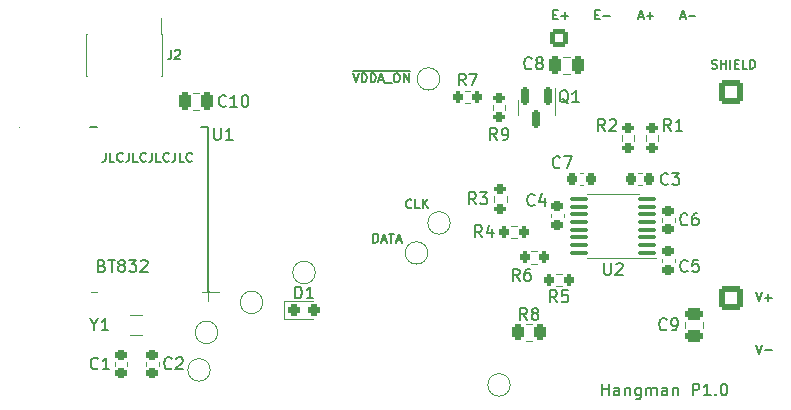
<source format=gto>
%TF.GenerationSoftware,KiCad,Pcbnew,7.0.5+dfsg-2*%
%TF.CreationDate,2023-08-29T10:22:54-04:00*%
%TF.ProjectId,proto1_0,70726f74-6f31-45f3-902e-6b696361645f,rev?*%
%TF.SameCoordinates,Original*%
%TF.FileFunction,Legend,Top*%
%TF.FilePolarity,Positive*%
%FSLAX46Y46*%
G04 Gerber Fmt 4.6, Leading zero omitted, Abs format (unit mm)*
G04 Created by KiCad (PCBNEW 7.0.5+dfsg-2) date 2023-08-29 10:22:54*
%MOMM*%
%LPD*%
G01*
G04 APERTURE LIST*
G04 Aperture macros list*
%AMRoundRect*
0 Rectangle with rounded corners*
0 $1 Rounding radius*
0 $2 $3 $4 $5 $6 $7 $8 $9 X,Y pos of 4 corners*
0 Add a 4 corners polygon primitive as box body*
4,1,4,$2,$3,$4,$5,$6,$7,$8,$9,$2,$3,0*
0 Add four circle primitives for the rounded corners*
1,1,$1+$1,$2,$3*
1,1,$1+$1,$4,$5*
1,1,$1+$1,$6,$7*
1,1,$1+$1,$8,$9*
0 Add four rect primitives between the rounded corners*
20,1,$1+$1,$2,$3,$4,$5,0*
20,1,$1+$1,$4,$5,$6,$7,0*
20,1,$1+$1,$6,$7,$8,$9,0*
20,1,$1+$1,$8,$9,$2,$3,0*%
G04 Aperture macros list end*
%ADD10C,0.152400*%
%ADD11C,0.150000*%
%ADD12C,0.120000*%
%ADD13C,0.100000*%
%ADD14C,0.127000*%
%ADD15C,1.000000*%
%ADD16R,1.000000X1.800000*%
%ADD17C,0.599440*%
%ADD18R,0.698500X1.498600*%
%ADD19RoundRect,0.250000X0.250000X0.475000X-0.250000X0.475000X-0.250000X-0.475000X0.250000X-0.475000X0*%
%ADD20C,1.500000*%
%ADD21RoundRect,0.237500X-0.287500X-0.237500X0.287500X-0.237500X0.287500X0.237500X-0.287500X0.237500X0*%
%ADD22R,0.740000X2.400000*%
%ADD23RoundRect,0.150000X-0.150000X0.587500X-0.150000X-0.587500X0.150000X-0.587500X0.150000X0.587500X0*%
%ADD24RoundRect,0.200000X0.200000X0.275000X-0.200000X0.275000X-0.200000X-0.275000X0.200000X-0.275000X0*%
%ADD25RoundRect,0.225000X-0.225000X-0.250000X0.225000X-0.250000X0.225000X0.250000X-0.225000X0.250000X0*%
%ADD26RoundRect,0.200000X0.275000X-0.200000X0.275000X0.200000X-0.275000X0.200000X-0.275000X-0.200000X0*%
%ADD27RoundRect,0.200000X-0.200000X-0.275000X0.200000X-0.275000X0.200000X0.275000X-0.200000X0.275000X0*%
%ADD28RoundRect,0.250001X-0.799999X0.799999X-0.799999X-0.799999X0.799999X-0.799999X0.799999X0.799999X0*%
%ADD29C,2.100000*%
%ADD30RoundRect,0.250000X0.262500X0.450000X-0.262500X0.450000X-0.262500X-0.450000X0.262500X-0.450000X0*%
%ADD31RoundRect,0.100000X0.637500X0.100000X-0.637500X0.100000X-0.637500X-0.100000X0.637500X-0.100000X0*%
%ADD32C,2.200000*%
%ADD33RoundRect,0.225000X0.250000X-0.225000X0.250000X0.225000X-0.250000X0.225000X-0.250000X-0.225000X0*%
%ADD34RoundRect,0.225000X0.225000X0.250000X-0.225000X0.250000X-0.225000X-0.250000X0.225000X-0.250000X0*%
%ADD35RoundRect,0.250001X-0.799999X-0.799999X0.799999X-0.799999X0.799999X0.799999X-0.799999X0.799999X0*%
%ADD36RoundRect,0.225000X-0.250000X0.225000X-0.250000X-0.225000X0.250000X-0.225000X0.250000X0.225000X0*%
%ADD37RoundRect,0.200000X-0.275000X0.200000X-0.275000X-0.200000X0.275000X-0.200000X0.275000X0.200000X0*%
%ADD38RoundRect,0.250000X-0.475000X0.250000X-0.475000X-0.250000X0.475000X-0.250000X0.475000X0.250000X0*%
%ADD39RoundRect,0.250000X-0.250000X-0.475000X0.250000X-0.475000X0.250000X0.475000X-0.250000X0.475000X0*%
%ADD40RoundRect,0.250000X-0.550000X-0.550000X0.550000X-0.550000X0.550000X0.550000X-0.550000X0.550000X0*%
%ADD41C,1.600000*%
%ADD42C,2.000000*%
G04 APERTURE END LIST*
D10*
X83557405Y-63525820D02*
X83557405Y-64070106D01*
X83557405Y-64070106D02*
X83521120Y-64178963D01*
X83521120Y-64178963D02*
X83448548Y-64251535D01*
X83448548Y-64251535D02*
X83339691Y-64287820D01*
X83339691Y-64287820D02*
X83267120Y-64287820D01*
X84283119Y-64287820D02*
X83920262Y-64287820D01*
X83920262Y-64287820D02*
X83920262Y-63525820D01*
X84972548Y-64215249D02*
X84936262Y-64251535D01*
X84936262Y-64251535D02*
X84827405Y-64287820D01*
X84827405Y-64287820D02*
X84754833Y-64287820D01*
X84754833Y-64287820D02*
X84645976Y-64251535D01*
X84645976Y-64251535D02*
X84573405Y-64178963D01*
X84573405Y-64178963D02*
X84537119Y-64106392D01*
X84537119Y-64106392D02*
X84500833Y-63961249D01*
X84500833Y-63961249D02*
X84500833Y-63852392D01*
X84500833Y-63852392D02*
X84537119Y-63707249D01*
X84537119Y-63707249D02*
X84573405Y-63634677D01*
X84573405Y-63634677D02*
X84645976Y-63562106D01*
X84645976Y-63562106D02*
X84754833Y-63525820D01*
X84754833Y-63525820D02*
X84827405Y-63525820D01*
X84827405Y-63525820D02*
X84936262Y-63562106D01*
X84936262Y-63562106D02*
X84972548Y-63598392D01*
X85516833Y-63525820D02*
X85516833Y-64070106D01*
X85516833Y-64070106D02*
X85480548Y-64178963D01*
X85480548Y-64178963D02*
X85407976Y-64251535D01*
X85407976Y-64251535D02*
X85299119Y-64287820D01*
X85299119Y-64287820D02*
X85226548Y-64287820D01*
X86242547Y-64287820D02*
X85879690Y-64287820D01*
X85879690Y-64287820D02*
X85879690Y-63525820D01*
X86931976Y-64215249D02*
X86895690Y-64251535D01*
X86895690Y-64251535D02*
X86786833Y-64287820D01*
X86786833Y-64287820D02*
X86714261Y-64287820D01*
X86714261Y-64287820D02*
X86605404Y-64251535D01*
X86605404Y-64251535D02*
X86532833Y-64178963D01*
X86532833Y-64178963D02*
X86496547Y-64106392D01*
X86496547Y-64106392D02*
X86460261Y-63961249D01*
X86460261Y-63961249D02*
X86460261Y-63852392D01*
X86460261Y-63852392D02*
X86496547Y-63707249D01*
X86496547Y-63707249D02*
X86532833Y-63634677D01*
X86532833Y-63634677D02*
X86605404Y-63562106D01*
X86605404Y-63562106D02*
X86714261Y-63525820D01*
X86714261Y-63525820D02*
X86786833Y-63525820D01*
X86786833Y-63525820D02*
X86895690Y-63562106D01*
X86895690Y-63562106D02*
X86931976Y-63598392D01*
X87476261Y-63525820D02*
X87476261Y-64070106D01*
X87476261Y-64070106D02*
X87439976Y-64178963D01*
X87439976Y-64178963D02*
X87367404Y-64251535D01*
X87367404Y-64251535D02*
X87258547Y-64287820D01*
X87258547Y-64287820D02*
X87185976Y-64287820D01*
X88201975Y-64287820D02*
X87839118Y-64287820D01*
X87839118Y-64287820D02*
X87839118Y-63525820D01*
X88891404Y-64215249D02*
X88855118Y-64251535D01*
X88855118Y-64251535D02*
X88746261Y-64287820D01*
X88746261Y-64287820D02*
X88673689Y-64287820D01*
X88673689Y-64287820D02*
X88564832Y-64251535D01*
X88564832Y-64251535D02*
X88492261Y-64178963D01*
X88492261Y-64178963D02*
X88455975Y-64106392D01*
X88455975Y-64106392D02*
X88419689Y-63961249D01*
X88419689Y-63961249D02*
X88419689Y-63852392D01*
X88419689Y-63852392D02*
X88455975Y-63707249D01*
X88455975Y-63707249D02*
X88492261Y-63634677D01*
X88492261Y-63634677D02*
X88564832Y-63562106D01*
X88564832Y-63562106D02*
X88673689Y-63525820D01*
X88673689Y-63525820D02*
X88746261Y-63525820D01*
X88746261Y-63525820D02*
X88855118Y-63562106D01*
X88855118Y-63562106D02*
X88891404Y-63598392D01*
X89435689Y-63525820D02*
X89435689Y-64070106D01*
X89435689Y-64070106D02*
X89399404Y-64178963D01*
X89399404Y-64178963D02*
X89326832Y-64251535D01*
X89326832Y-64251535D02*
X89217975Y-64287820D01*
X89217975Y-64287820D02*
X89145404Y-64287820D01*
X90161403Y-64287820D02*
X89798546Y-64287820D01*
X89798546Y-64287820D02*
X89798546Y-63525820D01*
X90850832Y-64215249D02*
X90814546Y-64251535D01*
X90814546Y-64251535D02*
X90705689Y-64287820D01*
X90705689Y-64287820D02*
X90633117Y-64287820D01*
X90633117Y-64287820D02*
X90524260Y-64251535D01*
X90524260Y-64251535D02*
X90451689Y-64178963D01*
X90451689Y-64178963D02*
X90415403Y-64106392D01*
X90415403Y-64106392D02*
X90379117Y-63961249D01*
X90379117Y-63961249D02*
X90379117Y-63852392D01*
X90379117Y-63852392D02*
X90415403Y-63707249D01*
X90415403Y-63707249D02*
X90451689Y-63634677D01*
X90451689Y-63634677D02*
X90524260Y-63562106D01*
X90524260Y-63562106D02*
X90633117Y-63525820D01*
X90633117Y-63525820D02*
X90705689Y-63525820D01*
X90705689Y-63525820D02*
X90814546Y-63562106D01*
X90814546Y-63562106D02*
X90850832Y-63598392D01*
X104439834Y-56794820D02*
X104693834Y-57556820D01*
X104693834Y-57556820D02*
X104947834Y-56794820D01*
X105201834Y-57556820D02*
X105201834Y-56794820D01*
X105201834Y-56794820D02*
X105383263Y-56794820D01*
X105383263Y-56794820D02*
X105492120Y-56831106D01*
X105492120Y-56831106D02*
X105564691Y-56903677D01*
X105564691Y-56903677D02*
X105600977Y-56976249D01*
X105600977Y-56976249D02*
X105637263Y-57121392D01*
X105637263Y-57121392D02*
X105637263Y-57230249D01*
X105637263Y-57230249D02*
X105600977Y-57375392D01*
X105600977Y-57375392D02*
X105564691Y-57447963D01*
X105564691Y-57447963D02*
X105492120Y-57520535D01*
X105492120Y-57520535D02*
X105383263Y-57556820D01*
X105383263Y-57556820D02*
X105201834Y-57556820D01*
X105963834Y-57556820D02*
X105963834Y-56794820D01*
X105963834Y-56794820D02*
X106145263Y-56794820D01*
X106145263Y-56794820D02*
X106254120Y-56831106D01*
X106254120Y-56831106D02*
X106326691Y-56903677D01*
X106326691Y-56903677D02*
X106362977Y-56976249D01*
X106362977Y-56976249D02*
X106399263Y-57121392D01*
X106399263Y-57121392D02*
X106399263Y-57230249D01*
X106399263Y-57230249D02*
X106362977Y-57375392D01*
X106362977Y-57375392D02*
X106326691Y-57447963D01*
X106326691Y-57447963D02*
X106254120Y-57520535D01*
X106254120Y-57520535D02*
X106145263Y-57556820D01*
X106145263Y-57556820D02*
X105963834Y-57556820D01*
X106689548Y-57339106D02*
X107052406Y-57339106D01*
X106616977Y-57556820D02*
X106870977Y-56794820D01*
X106870977Y-56794820D02*
X107124977Y-57556820D01*
X107197549Y-57629392D02*
X107778120Y-57629392D01*
X108104691Y-56794820D02*
X108249834Y-56794820D01*
X108249834Y-56794820D02*
X108322405Y-56831106D01*
X108322405Y-56831106D02*
X108394977Y-56903677D01*
X108394977Y-56903677D02*
X108431262Y-57048820D01*
X108431262Y-57048820D02*
X108431262Y-57302820D01*
X108431262Y-57302820D02*
X108394977Y-57447963D01*
X108394977Y-57447963D02*
X108322405Y-57520535D01*
X108322405Y-57520535D02*
X108249834Y-57556820D01*
X108249834Y-57556820D02*
X108104691Y-57556820D01*
X108104691Y-57556820D02*
X108032120Y-57520535D01*
X108032120Y-57520535D02*
X107959548Y-57447963D01*
X107959548Y-57447963D02*
X107923262Y-57302820D01*
X107923262Y-57302820D02*
X107923262Y-57048820D01*
X107923262Y-57048820D02*
X107959548Y-56903677D01*
X107959548Y-56903677D02*
X108032120Y-56831106D01*
X108032120Y-56831106D02*
X108104691Y-56794820D01*
X108757834Y-57556820D02*
X108757834Y-56794820D01*
X108757834Y-56794820D02*
X109193263Y-57556820D01*
X109193263Y-57556820D02*
X109193263Y-56794820D01*
X104443463Y-56583275D02*
X109298492Y-56583275D01*
X134865405Y-56377535D02*
X134974263Y-56413820D01*
X134974263Y-56413820D02*
X135155691Y-56413820D01*
X135155691Y-56413820D02*
X135228263Y-56377535D01*
X135228263Y-56377535D02*
X135264548Y-56341249D01*
X135264548Y-56341249D02*
X135300834Y-56268677D01*
X135300834Y-56268677D02*
X135300834Y-56196106D01*
X135300834Y-56196106D02*
X135264548Y-56123535D01*
X135264548Y-56123535D02*
X135228263Y-56087249D01*
X135228263Y-56087249D02*
X135155691Y-56050963D01*
X135155691Y-56050963D02*
X135010548Y-56014677D01*
X135010548Y-56014677D02*
X134937977Y-55978392D01*
X134937977Y-55978392D02*
X134901691Y-55942106D01*
X134901691Y-55942106D02*
X134865405Y-55869535D01*
X134865405Y-55869535D02*
X134865405Y-55796963D01*
X134865405Y-55796963D02*
X134901691Y-55724392D01*
X134901691Y-55724392D02*
X134937977Y-55688106D01*
X134937977Y-55688106D02*
X135010548Y-55651820D01*
X135010548Y-55651820D02*
X135191977Y-55651820D01*
X135191977Y-55651820D02*
X135300834Y-55688106D01*
X135627405Y-56413820D02*
X135627405Y-55651820D01*
X135627405Y-56014677D02*
X136062834Y-56014677D01*
X136062834Y-56413820D02*
X136062834Y-55651820D01*
X136425691Y-56413820D02*
X136425691Y-55651820D01*
X136788548Y-56014677D02*
X137042548Y-56014677D01*
X137151405Y-56413820D02*
X136788548Y-56413820D01*
X136788548Y-56413820D02*
X136788548Y-55651820D01*
X136788548Y-55651820D02*
X137151405Y-55651820D01*
X137840834Y-56413820D02*
X137477977Y-56413820D01*
X137477977Y-56413820D02*
X137477977Y-55651820D01*
X138094834Y-56413820D02*
X138094834Y-55651820D01*
X138094834Y-55651820D02*
X138276263Y-55651820D01*
X138276263Y-55651820D02*
X138385120Y-55688106D01*
X138385120Y-55688106D02*
X138457691Y-55760677D01*
X138457691Y-55760677D02*
X138493977Y-55833249D01*
X138493977Y-55833249D02*
X138530263Y-55978392D01*
X138530263Y-55978392D02*
X138530263Y-56087249D01*
X138530263Y-56087249D02*
X138493977Y-56232392D01*
X138493977Y-56232392D02*
X138457691Y-56304963D01*
X138457691Y-56304963D02*
X138385120Y-56377535D01*
X138385120Y-56377535D02*
X138276263Y-56413820D01*
X138276263Y-56413820D02*
X138094834Y-56413820D01*
X128642405Y-52005106D02*
X129005263Y-52005106D01*
X128569834Y-52222820D02*
X128823834Y-51460820D01*
X128823834Y-51460820D02*
X129077834Y-52222820D01*
X129331834Y-51932535D02*
X129912406Y-51932535D01*
X129622120Y-52222820D02*
X129622120Y-51642249D01*
X124995691Y-51823677D02*
X125249691Y-51823677D01*
X125358548Y-52222820D02*
X124995691Y-52222820D01*
X124995691Y-52222820D02*
X124995691Y-51460820D01*
X124995691Y-51460820D02*
X125358548Y-51460820D01*
X125685120Y-51932535D02*
X126265692Y-51932535D01*
X138602834Y-75336820D02*
X138856834Y-76098820D01*
X138856834Y-76098820D02*
X139110834Y-75336820D01*
X139364834Y-75808535D02*
X139945406Y-75808535D01*
X139655120Y-76098820D02*
X139655120Y-75518249D01*
D11*
X125558779Y-84070819D02*
X125558779Y-83070819D01*
X125558779Y-83547009D02*
X126130207Y-83547009D01*
X126130207Y-84070819D02*
X126130207Y-83070819D01*
X127034969Y-84070819D02*
X127034969Y-83547009D01*
X127034969Y-83547009D02*
X126987350Y-83451771D01*
X126987350Y-83451771D02*
X126892112Y-83404152D01*
X126892112Y-83404152D02*
X126701636Y-83404152D01*
X126701636Y-83404152D02*
X126606398Y-83451771D01*
X127034969Y-84023200D02*
X126939731Y-84070819D01*
X126939731Y-84070819D02*
X126701636Y-84070819D01*
X126701636Y-84070819D02*
X126606398Y-84023200D01*
X126606398Y-84023200D02*
X126558779Y-83927961D01*
X126558779Y-83927961D02*
X126558779Y-83832723D01*
X126558779Y-83832723D02*
X126606398Y-83737485D01*
X126606398Y-83737485D02*
X126701636Y-83689866D01*
X126701636Y-83689866D02*
X126939731Y-83689866D01*
X126939731Y-83689866D02*
X127034969Y-83642247D01*
X127511160Y-83404152D02*
X127511160Y-84070819D01*
X127511160Y-83499390D02*
X127558779Y-83451771D01*
X127558779Y-83451771D02*
X127654017Y-83404152D01*
X127654017Y-83404152D02*
X127796874Y-83404152D01*
X127796874Y-83404152D02*
X127892112Y-83451771D01*
X127892112Y-83451771D02*
X127939731Y-83547009D01*
X127939731Y-83547009D02*
X127939731Y-84070819D01*
X128844493Y-83404152D02*
X128844493Y-84213676D01*
X128844493Y-84213676D02*
X128796874Y-84308914D01*
X128796874Y-84308914D02*
X128749255Y-84356533D01*
X128749255Y-84356533D02*
X128654017Y-84404152D01*
X128654017Y-84404152D02*
X128511160Y-84404152D01*
X128511160Y-84404152D02*
X128415922Y-84356533D01*
X128844493Y-84023200D02*
X128749255Y-84070819D01*
X128749255Y-84070819D02*
X128558779Y-84070819D01*
X128558779Y-84070819D02*
X128463541Y-84023200D01*
X128463541Y-84023200D02*
X128415922Y-83975580D01*
X128415922Y-83975580D02*
X128368303Y-83880342D01*
X128368303Y-83880342D02*
X128368303Y-83594628D01*
X128368303Y-83594628D02*
X128415922Y-83499390D01*
X128415922Y-83499390D02*
X128463541Y-83451771D01*
X128463541Y-83451771D02*
X128558779Y-83404152D01*
X128558779Y-83404152D02*
X128749255Y-83404152D01*
X128749255Y-83404152D02*
X128844493Y-83451771D01*
X129320684Y-84070819D02*
X129320684Y-83404152D01*
X129320684Y-83499390D02*
X129368303Y-83451771D01*
X129368303Y-83451771D02*
X129463541Y-83404152D01*
X129463541Y-83404152D02*
X129606398Y-83404152D01*
X129606398Y-83404152D02*
X129701636Y-83451771D01*
X129701636Y-83451771D02*
X129749255Y-83547009D01*
X129749255Y-83547009D02*
X129749255Y-84070819D01*
X129749255Y-83547009D02*
X129796874Y-83451771D01*
X129796874Y-83451771D02*
X129892112Y-83404152D01*
X129892112Y-83404152D02*
X130034969Y-83404152D01*
X130034969Y-83404152D02*
X130130208Y-83451771D01*
X130130208Y-83451771D02*
X130177827Y-83547009D01*
X130177827Y-83547009D02*
X130177827Y-84070819D01*
X131082588Y-84070819D02*
X131082588Y-83547009D01*
X131082588Y-83547009D02*
X131034969Y-83451771D01*
X131034969Y-83451771D02*
X130939731Y-83404152D01*
X130939731Y-83404152D02*
X130749255Y-83404152D01*
X130749255Y-83404152D02*
X130654017Y-83451771D01*
X131082588Y-84023200D02*
X130987350Y-84070819D01*
X130987350Y-84070819D02*
X130749255Y-84070819D01*
X130749255Y-84070819D02*
X130654017Y-84023200D01*
X130654017Y-84023200D02*
X130606398Y-83927961D01*
X130606398Y-83927961D02*
X130606398Y-83832723D01*
X130606398Y-83832723D02*
X130654017Y-83737485D01*
X130654017Y-83737485D02*
X130749255Y-83689866D01*
X130749255Y-83689866D02*
X130987350Y-83689866D01*
X130987350Y-83689866D02*
X131082588Y-83642247D01*
X131558779Y-83404152D02*
X131558779Y-84070819D01*
X131558779Y-83499390D02*
X131606398Y-83451771D01*
X131606398Y-83451771D02*
X131701636Y-83404152D01*
X131701636Y-83404152D02*
X131844493Y-83404152D01*
X131844493Y-83404152D02*
X131939731Y-83451771D01*
X131939731Y-83451771D02*
X131987350Y-83547009D01*
X131987350Y-83547009D02*
X131987350Y-84070819D01*
X133225446Y-84070819D02*
X133225446Y-83070819D01*
X133225446Y-83070819D02*
X133606398Y-83070819D01*
X133606398Y-83070819D02*
X133701636Y-83118438D01*
X133701636Y-83118438D02*
X133749255Y-83166057D01*
X133749255Y-83166057D02*
X133796874Y-83261295D01*
X133796874Y-83261295D02*
X133796874Y-83404152D01*
X133796874Y-83404152D02*
X133749255Y-83499390D01*
X133749255Y-83499390D02*
X133701636Y-83547009D01*
X133701636Y-83547009D02*
X133606398Y-83594628D01*
X133606398Y-83594628D02*
X133225446Y-83594628D01*
X134749255Y-84070819D02*
X134177827Y-84070819D01*
X134463541Y-84070819D02*
X134463541Y-83070819D01*
X134463541Y-83070819D02*
X134368303Y-83213676D01*
X134368303Y-83213676D02*
X134273065Y-83308914D01*
X134273065Y-83308914D02*
X134177827Y-83356533D01*
X135177827Y-83975580D02*
X135225446Y-84023200D01*
X135225446Y-84023200D02*
X135177827Y-84070819D01*
X135177827Y-84070819D02*
X135130208Y-84023200D01*
X135130208Y-84023200D02*
X135177827Y-83975580D01*
X135177827Y-83975580D02*
X135177827Y-84070819D01*
X135844493Y-83070819D02*
X135939731Y-83070819D01*
X135939731Y-83070819D02*
X136034969Y-83118438D01*
X136034969Y-83118438D02*
X136082588Y-83166057D01*
X136082588Y-83166057D02*
X136130207Y-83261295D01*
X136130207Y-83261295D02*
X136177826Y-83451771D01*
X136177826Y-83451771D02*
X136177826Y-83689866D01*
X136177826Y-83689866D02*
X136130207Y-83880342D01*
X136130207Y-83880342D02*
X136082588Y-83975580D01*
X136082588Y-83975580D02*
X136034969Y-84023200D01*
X136034969Y-84023200D02*
X135939731Y-84070819D01*
X135939731Y-84070819D02*
X135844493Y-84070819D01*
X135844493Y-84070819D02*
X135749255Y-84023200D01*
X135749255Y-84023200D02*
X135701636Y-83975580D01*
X135701636Y-83975580D02*
X135654017Y-83880342D01*
X135654017Y-83880342D02*
X135606398Y-83689866D01*
X135606398Y-83689866D02*
X135606398Y-83451771D01*
X135606398Y-83451771D02*
X135654017Y-83261295D01*
X135654017Y-83261295D02*
X135701636Y-83166057D01*
X135701636Y-83166057D02*
X135749255Y-83118438D01*
X135749255Y-83118438D02*
X135844493Y-83070819D01*
D10*
X138602834Y-79781820D02*
X138856834Y-80543820D01*
X138856834Y-80543820D02*
X139110834Y-79781820D01*
X139364834Y-80253535D02*
X139945406Y-80253535D01*
X121439691Y-51823677D02*
X121693691Y-51823677D01*
X121802548Y-52222820D02*
X121439691Y-52222820D01*
X121439691Y-52222820D02*
X121439691Y-51460820D01*
X121439691Y-51460820D02*
X121802548Y-51460820D01*
X122129120Y-51932535D02*
X122709692Y-51932535D01*
X122419406Y-52222820D02*
X122419406Y-51642249D01*
X106199691Y-71145820D02*
X106199691Y-70383820D01*
X106199691Y-70383820D02*
X106381120Y-70383820D01*
X106381120Y-70383820D02*
X106489977Y-70420106D01*
X106489977Y-70420106D02*
X106562548Y-70492677D01*
X106562548Y-70492677D02*
X106598834Y-70565249D01*
X106598834Y-70565249D02*
X106635120Y-70710392D01*
X106635120Y-70710392D02*
X106635120Y-70819249D01*
X106635120Y-70819249D02*
X106598834Y-70964392D01*
X106598834Y-70964392D02*
X106562548Y-71036963D01*
X106562548Y-71036963D02*
X106489977Y-71109535D01*
X106489977Y-71109535D02*
X106381120Y-71145820D01*
X106381120Y-71145820D02*
X106199691Y-71145820D01*
X106925405Y-70928106D02*
X107288263Y-70928106D01*
X106852834Y-71145820D02*
X107106834Y-70383820D01*
X107106834Y-70383820D02*
X107360834Y-71145820D01*
X107505977Y-70383820D02*
X107941406Y-70383820D01*
X107723691Y-71145820D02*
X107723691Y-70383820D01*
X108159119Y-70928106D02*
X108521977Y-70928106D01*
X108086548Y-71145820D02*
X108340548Y-70383820D01*
X108340548Y-70383820D02*
X108594548Y-71145820D01*
X132198405Y-52005106D02*
X132561263Y-52005106D01*
X132125834Y-52222820D02*
X132379834Y-51460820D01*
X132379834Y-51460820D02*
X132633834Y-52222820D01*
X132887834Y-51932535D02*
X133468406Y-51932535D01*
X109429120Y-68152249D02*
X109392834Y-68188535D01*
X109392834Y-68188535D02*
X109283977Y-68224820D01*
X109283977Y-68224820D02*
X109211405Y-68224820D01*
X109211405Y-68224820D02*
X109102548Y-68188535D01*
X109102548Y-68188535D02*
X109029977Y-68115963D01*
X109029977Y-68115963D02*
X108993691Y-68043392D01*
X108993691Y-68043392D02*
X108957405Y-67898249D01*
X108957405Y-67898249D02*
X108957405Y-67789392D01*
X108957405Y-67789392D02*
X108993691Y-67644249D01*
X108993691Y-67644249D02*
X109029977Y-67571677D01*
X109029977Y-67571677D02*
X109102548Y-67499106D01*
X109102548Y-67499106D02*
X109211405Y-67462820D01*
X109211405Y-67462820D02*
X109283977Y-67462820D01*
X109283977Y-67462820D02*
X109392834Y-67499106D01*
X109392834Y-67499106D02*
X109429120Y-67535392D01*
X110118548Y-68224820D02*
X109755691Y-68224820D01*
X109755691Y-68224820D02*
X109755691Y-67462820D01*
X110372548Y-68224820D02*
X110372548Y-67462820D01*
X110807977Y-68224820D02*
X110481405Y-67789392D01*
X110807977Y-67462820D02*
X110372548Y-67898249D01*
D11*
%TO.C,Y1*%
X82581809Y-78083628D02*
X82581809Y-78559819D01*
X82248476Y-77559819D02*
X82581809Y-78083628D01*
X82581809Y-78083628D02*
X82915142Y-77559819D01*
X83772285Y-78559819D02*
X83200857Y-78559819D01*
X83486571Y-78559819D02*
X83486571Y-77559819D01*
X83486571Y-77559819D02*
X83391333Y-77702676D01*
X83391333Y-77702676D02*
X83296095Y-77797914D01*
X83296095Y-77797914D02*
X83200857Y-77845533D01*
%TO.C,U1*%
X92710095Y-61430819D02*
X92710095Y-62240342D01*
X92710095Y-62240342D02*
X92757714Y-62335580D01*
X92757714Y-62335580D02*
X92805333Y-62383200D01*
X92805333Y-62383200D02*
X92900571Y-62430819D01*
X92900571Y-62430819D02*
X93091047Y-62430819D01*
X93091047Y-62430819D02*
X93186285Y-62383200D01*
X93186285Y-62383200D02*
X93233904Y-62335580D01*
X93233904Y-62335580D02*
X93281523Y-62240342D01*
X93281523Y-62240342D02*
X93281523Y-61430819D01*
X94281523Y-62430819D02*
X93710095Y-62430819D01*
X93995809Y-62430819D02*
X93995809Y-61430819D01*
X93995809Y-61430819D02*
X93900571Y-61573676D01*
X93900571Y-61573676D02*
X93805333Y-61668914D01*
X93805333Y-61668914D02*
X93710095Y-61716533D01*
X83224904Y-73083009D02*
X83367761Y-73130628D01*
X83367761Y-73130628D02*
X83415380Y-73178247D01*
X83415380Y-73178247D02*
X83462999Y-73273485D01*
X83462999Y-73273485D02*
X83462999Y-73416342D01*
X83462999Y-73416342D02*
X83415380Y-73511580D01*
X83415380Y-73511580D02*
X83367761Y-73559200D01*
X83367761Y-73559200D02*
X83272523Y-73606819D01*
X83272523Y-73606819D02*
X82891571Y-73606819D01*
X82891571Y-73606819D02*
X82891571Y-72606819D01*
X82891571Y-72606819D02*
X83224904Y-72606819D01*
X83224904Y-72606819D02*
X83320142Y-72654438D01*
X83320142Y-72654438D02*
X83367761Y-72702057D01*
X83367761Y-72702057D02*
X83415380Y-72797295D01*
X83415380Y-72797295D02*
X83415380Y-72892533D01*
X83415380Y-72892533D02*
X83367761Y-72987771D01*
X83367761Y-72987771D02*
X83320142Y-73035390D01*
X83320142Y-73035390D02*
X83224904Y-73083009D01*
X83224904Y-73083009D02*
X82891571Y-73083009D01*
X83748714Y-72606819D02*
X84320142Y-72606819D01*
X84034428Y-73606819D02*
X84034428Y-72606819D01*
X84796333Y-73035390D02*
X84701095Y-72987771D01*
X84701095Y-72987771D02*
X84653476Y-72940152D01*
X84653476Y-72940152D02*
X84605857Y-72844914D01*
X84605857Y-72844914D02*
X84605857Y-72797295D01*
X84605857Y-72797295D02*
X84653476Y-72702057D01*
X84653476Y-72702057D02*
X84701095Y-72654438D01*
X84701095Y-72654438D02*
X84796333Y-72606819D01*
X84796333Y-72606819D02*
X84986809Y-72606819D01*
X84986809Y-72606819D02*
X85082047Y-72654438D01*
X85082047Y-72654438D02*
X85129666Y-72702057D01*
X85129666Y-72702057D02*
X85177285Y-72797295D01*
X85177285Y-72797295D02*
X85177285Y-72844914D01*
X85177285Y-72844914D02*
X85129666Y-72940152D01*
X85129666Y-72940152D02*
X85082047Y-72987771D01*
X85082047Y-72987771D02*
X84986809Y-73035390D01*
X84986809Y-73035390D02*
X84796333Y-73035390D01*
X84796333Y-73035390D02*
X84701095Y-73083009D01*
X84701095Y-73083009D02*
X84653476Y-73130628D01*
X84653476Y-73130628D02*
X84605857Y-73225866D01*
X84605857Y-73225866D02*
X84605857Y-73416342D01*
X84605857Y-73416342D02*
X84653476Y-73511580D01*
X84653476Y-73511580D02*
X84701095Y-73559200D01*
X84701095Y-73559200D02*
X84796333Y-73606819D01*
X84796333Y-73606819D02*
X84986809Y-73606819D01*
X84986809Y-73606819D02*
X85082047Y-73559200D01*
X85082047Y-73559200D02*
X85129666Y-73511580D01*
X85129666Y-73511580D02*
X85177285Y-73416342D01*
X85177285Y-73416342D02*
X85177285Y-73225866D01*
X85177285Y-73225866D02*
X85129666Y-73130628D01*
X85129666Y-73130628D02*
X85082047Y-73083009D01*
X85082047Y-73083009D02*
X84986809Y-73035390D01*
X85510619Y-72606819D02*
X86129666Y-72606819D01*
X86129666Y-72606819D02*
X85796333Y-72987771D01*
X85796333Y-72987771D02*
X85939190Y-72987771D01*
X85939190Y-72987771D02*
X86034428Y-73035390D01*
X86034428Y-73035390D02*
X86082047Y-73083009D01*
X86082047Y-73083009D02*
X86129666Y-73178247D01*
X86129666Y-73178247D02*
X86129666Y-73416342D01*
X86129666Y-73416342D02*
X86082047Y-73511580D01*
X86082047Y-73511580D02*
X86034428Y-73559200D01*
X86034428Y-73559200D02*
X85939190Y-73606819D01*
X85939190Y-73606819D02*
X85653476Y-73606819D01*
X85653476Y-73606819D02*
X85558238Y-73559200D01*
X85558238Y-73559200D02*
X85510619Y-73511580D01*
X86510619Y-72702057D02*
X86558238Y-72654438D01*
X86558238Y-72654438D02*
X86653476Y-72606819D01*
X86653476Y-72606819D02*
X86891571Y-72606819D01*
X86891571Y-72606819D02*
X86986809Y-72654438D01*
X86986809Y-72654438D02*
X87034428Y-72702057D01*
X87034428Y-72702057D02*
X87082047Y-72797295D01*
X87082047Y-72797295D02*
X87082047Y-72892533D01*
X87082047Y-72892533D02*
X87034428Y-73035390D01*
X87034428Y-73035390D02*
X86463000Y-73606819D01*
X86463000Y-73606819D02*
X87082047Y-73606819D01*
%TO.C,C10*%
X93718142Y-59541580D02*
X93670523Y-59589200D01*
X93670523Y-59589200D02*
X93527666Y-59636819D01*
X93527666Y-59636819D02*
X93432428Y-59636819D01*
X93432428Y-59636819D02*
X93289571Y-59589200D01*
X93289571Y-59589200D02*
X93194333Y-59493961D01*
X93194333Y-59493961D02*
X93146714Y-59398723D01*
X93146714Y-59398723D02*
X93099095Y-59208247D01*
X93099095Y-59208247D02*
X93099095Y-59065390D01*
X93099095Y-59065390D02*
X93146714Y-58874914D01*
X93146714Y-58874914D02*
X93194333Y-58779676D01*
X93194333Y-58779676D02*
X93289571Y-58684438D01*
X93289571Y-58684438D02*
X93432428Y-58636819D01*
X93432428Y-58636819D02*
X93527666Y-58636819D01*
X93527666Y-58636819D02*
X93670523Y-58684438D01*
X93670523Y-58684438D02*
X93718142Y-58732057D01*
X94670523Y-59636819D02*
X94099095Y-59636819D01*
X94384809Y-59636819D02*
X94384809Y-58636819D01*
X94384809Y-58636819D02*
X94289571Y-58779676D01*
X94289571Y-58779676D02*
X94194333Y-58874914D01*
X94194333Y-58874914D02*
X94099095Y-58922533D01*
X95289571Y-58636819D02*
X95384809Y-58636819D01*
X95384809Y-58636819D02*
X95480047Y-58684438D01*
X95480047Y-58684438D02*
X95527666Y-58732057D01*
X95527666Y-58732057D02*
X95575285Y-58827295D01*
X95575285Y-58827295D02*
X95622904Y-59017771D01*
X95622904Y-59017771D02*
X95622904Y-59255866D01*
X95622904Y-59255866D02*
X95575285Y-59446342D01*
X95575285Y-59446342D02*
X95527666Y-59541580D01*
X95527666Y-59541580D02*
X95480047Y-59589200D01*
X95480047Y-59589200D02*
X95384809Y-59636819D01*
X95384809Y-59636819D02*
X95289571Y-59636819D01*
X95289571Y-59636819D02*
X95194333Y-59589200D01*
X95194333Y-59589200D02*
X95146714Y-59541580D01*
X95146714Y-59541580D02*
X95099095Y-59446342D01*
X95099095Y-59446342D02*
X95051476Y-59255866D01*
X95051476Y-59255866D02*
X95051476Y-59017771D01*
X95051476Y-59017771D02*
X95099095Y-58827295D01*
X95099095Y-58827295D02*
X95146714Y-58732057D01*
X95146714Y-58732057D02*
X95194333Y-58684438D01*
X95194333Y-58684438D02*
X95289571Y-58636819D01*
%TO.C,D1*%
X99591905Y-75859819D02*
X99591905Y-74859819D01*
X99591905Y-74859819D02*
X99830000Y-74859819D01*
X99830000Y-74859819D02*
X99972857Y-74907438D01*
X99972857Y-74907438D02*
X100068095Y-75002676D01*
X100068095Y-75002676D02*
X100115714Y-75097914D01*
X100115714Y-75097914D02*
X100163333Y-75288390D01*
X100163333Y-75288390D02*
X100163333Y-75431247D01*
X100163333Y-75431247D02*
X100115714Y-75621723D01*
X100115714Y-75621723D02*
X100068095Y-75716961D01*
X100068095Y-75716961D02*
X99972857Y-75812200D01*
X99972857Y-75812200D02*
X99830000Y-75859819D01*
X99830000Y-75859819D02*
X99591905Y-75859819D01*
X101115714Y-75859819D02*
X100544286Y-75859819D01*
X100830000Y-75859819D02*
X100830000Y-74859819D01*
X100830000Y-74859819D02*
X100734762Y-75002676D01*
X100734762Y-75002676D02*
X100639524Y-75097914D01*
X100639524Y-75097914D02*
X100544286Y-75145533D01*
D10*
%TO.C,J2*%
X89071000Y-54827590D02*
X89071000Y-55371876D01*
X89071000Y-55371876D02*
X89034715Y-55480733D01*
X89034715Y-55480733D02*
X88962143Y-55553305D01*
X88962143Y-55553305D02*
X88853286Y-55589590D01*
X88853286Y-55589590D02*
X88780715Y-55589590D01*
X89397571Y-54900162D02*
X89433857Y-54863876D01*
X89433857Y-54863876D02*
X89506429Y-54827590D01*
X89506429Y-54827590D02*
X89687857Y-54827590D01*
X89687857Y-54827590D02*
X89760429Y-54863876D01*
X89760429Y-54863876D02*
X89796714Y-54900162D01*
X89796714Y-54900162D02*
X89833000Y-54972733D01*
X89833000Y-54972733D02*
X89833000Y-55045305D01*
X89833000Y-55045305D02*
X89796714Y-55154162D01*
X89796714Y-55154162D02*
X89361286Y-55589590D01*
X89361286Y-55589590D02*
X89833000Y-55589590D01*
D11*
%TO.C,Q1*%
X122713761Y-59351057D02*
X122618523Y-59303438D01*
X122618523Y-59303438D02*
X122523285Y-59208200D01*
X122523285Y-59208200D02*
X122380428Y-59065342D01*
X122380428Y-59065342D02*
X122285190Y-59017723D01*
X122285190Y-59017723D02*
X122189952Y-59017723D01*
X122237571Y-59255819D02*
X122142333Y-59208200D01*
X122142333Y-59208200D02*
X122047095Y-59112961D01*
X122047095Y-59112961D02*
X121999476Y-58922485D01*
X121999476Y-58922485D02*
X121999476Y-58589152D01*
X121999476Y-58589152D02*
X122047095Y-58398676D01*
X122047095Y-58398676D02*
X122142333Y-58303438D01*
X122142333Y-58303438D02*
X122237571Y-58255819D01*
X122237571Y-58255819D02*
X122428047Y-58255819D01*
X122428047Y-58255819D02*
X122523285Y-58303438D01*
X122523285Y-58303438D02*
X122618523Y-58398676D01*
X122618523Y-58398676D02*
X122666142Y-58589152D01*
X122666142Y-58589152D02*
X122666142Y-58922485D01*
X122666142Y-58922485D02*
X122618523Y-59112961D01*
X122618523Y-59112961D02*
X122523285Y-59208200D01*
X122523285Y-59208200D02*
X122428047Y-59255819D01*
X122428047Y-59255819D02*
X122237571Y-59255819D01*
X123618523Y-59255819D02*
X123047095Y-59255819D01*
X123332809Y-59255819D02*
X123332809Y-58255819D01*
X123332809Y-58255819D02*
X123237571Y-58398676D01*
X123237571Y-58398676D02*
X123142333Y-58493914D01*
X123142333Y-58493914D02*
X123047095Y-58541533D01*
%TO.C,R6*%
X118578333Y-74368819D02*
X118245000Y-73892628D01*
X118006905Y-74368819D02*
X118006905Y-73368819D01*
X118006905Y-73368819D02*
X118387857Y-73368819D01*
X118387857Y-73368819D02*
X118483095Y-73416438D01*
X118483095Y-73416438D02*
X118530714Y-73464057D01*
X118530714Y-73464057D02*
X118578333Y-73559295D01*
X118578333Y-73559295D02*
X118578333Y-73702152D01*
X118578333Y-73702152D02*
X118530714Y-73797390D01*
X118530714Y-73797390D02*
X118483095Y-73845009D01*
X118483095Y-73845009D02*
X118387857Y-73892628D01*
X118387857Y-73892628D02*
X118006905Y-73892628D01*
X119435476Y-73368819D02*
X119245000Y-73368819D01*
X119245000Y-73368819D02*
X119149762Y-73416438D01*
X119149762Y-73416438D02*
X119102143Y-73464057D01*
X119102143Y-73464057D02*
X119006905Y-73606914D01*
X119006905Y-73606914D02*
X118959286Y-73797390D01*
X118959286Y-73797390D02*
X118959286Y-74178342D01*
X118959286Y-74178342D02*
X119006905Y-74273580D01*
X119006905Y-74273580D02*
X119054524Y-74321200D01*
X119054524Y-74321200D02*
X119149762Y-74368819D01*
X119149762Y-74368819D02*
X119340238Y-74368819D01*
X119340238Y-74368819D02*
X119435476Y-74321200D01*
X119435476Y-74321200D02*
X119483095Y-74273580D01*
X119483095Y-74273580D02*
X119530714Y-74178342D01*
X119530714Y-74178342D02*
X119530714Y-73940247D01*
X119530714Y-73940247D02*
X119483095Y-73845009D01*
X119483095Y-73845009D02*
X119435476Y-73797390D01*
X119435476Y-73797390D02*
X119340238Y-73749771D01*
X119340238Y-73749771D02*
X119149762Y-73749771D01*
X119149762Y-73749771D02*
X119054524Y-73797390D01*
X119054524Y-73797390D02*
X119006905Y-73845009D01*
X119006905Y-73845009D02*
X118959286Y-73940247D01*
%TO.C,C3*%
X131151333Y-66145580D02*
X131103714Y-66193200D01*
X131103714Y-66193200D02*
X130960857Y-66240819D01*
X130960857Y-66240819D02*
X130865619Y-66240819D01*
X130865619Y-66240819D02*
X130722762Y-66193200D01*
X130722762Y-66193200D02*
X130627524Y-66097961D01*
X130627524Y-66097961D02*
X130579905Y-66002723D01*
X130579905Y-66002723D02*
X130532286Y-65812247D01*
X130532286Y-65812247D02*
X130532286Y-65669390D01*
X130532286Y-65669390D02*
X130579905Y-65478914D01*
X130579905Y-65478914D02*
X130627524Y-65383676D01*
X130627524Y-65383676D02*
X130722762Y-65288438D01*
X130722762Y-65288438D02*
X130865619Y-65240819D01*
X130865619Y-65240819D02*
X130960857Y-65240819D01*
X130960857Y-65240819D02*
X131103714Y-65288438D01*
X131103714Y-65288438D02*
X131151333Y-65336057D01*
X131484667Y-65240819D02*
X132103714Y-65240819D01*
X132103714Y-65240819D02*
X131770381Y-65621771D01*
X131770381Y-65621771D02*
X131913238Y-65621771D01*
X131913238Y-65621771D02*
X132008476Y-65669390D01*
X132008476Y-65669390D02*
X132056095Y-65717009D01*
X132056095Y-65717009D02*
X132103714Y-65812247D01*
X132103714Y-65812247D02*
X132103714Y-66050342D01*
X132103714Y-66050342D02*
X132056095Y-66145580D01*
X132056095Y-66145580D02*
X132008476Y-66193200D01*
X132008476Y-66193200D02*
X131913238Y-66240819D01*
X131913238Y-66240819D02*
X131627524Y-66240819D01*
X131627524Y-66240819D02*
X131532286Y-66193200D01*
X131532286Y-66193200D02*
X131484667Y-66145580D01*
%TO.C,R3*%
X114895333Y-67891819D02*
X114562000Y-67415628D01*
X114323905Y-67891819D02*
X114323905Y-66891819D01*
X114323905Y-66891819D02*
X114704857Y-66891819D01*
X114704857Y-66891819D02*
X114800095Y-66939438D01*
X114800095Y-66939438D02*
X114847714Y-66987057D01*
X114847714Y-66987057D02*
X114895333Y-67082295D01*
X114895333Y-67082295D02*
X114895333Y-67225152D01*
X114895333Y-67225152D02*
X114847714Y-67320390D01*
X114847714Y-67320390D02*
X114800095Y-67368009D01*
X114800095Y-67368009D02*
X114704857Y-67415628D01*
X114704857Y-67415628D02*
X114323905Y-67415628D01*
X115228667Y-66891819D02*
X115847714Y-66891819D01*
X115847714Y-66891819D02*
X115514381Y-67272771D01*
X115514381Y-67272771D02*
X115657238Y-67272771D01*
X115657238Y-67272771D02*
X115752476Y-67320390D01*
X115752476Y-67320390D02*
X115800095Y-67368009D01*
X115800095Y-67368009D02*
X115847714Y-67463247D01*
X115847714Y-67463247D02*
X115847714Y-67701342D01*
X115847714Y-67701342D02*
X115800095Y-67796580D01*
X115800095Y-67796580D02*
X115752476Y-67844200D01*
X115752476Y-67844200D02*
X115657238Y-67891819D01*
X115657238Y-67891819D02*
X115371524Y-67891819D01*
X115371524Y-67891819D02*
X115276286Y-67844200D01*
X115276286Y-67844200D02*
X115228667Y-67796580D01*
%TO.C,R7*%
X114006333Y-57825819D02*
X113673000Y-57349628D01*
X113434905Y-57825819D02*
X113434905Y-56825819D01*
X113434905Y-56825819D02*
X113815857Y-56825819D01*
X113815857Y-56825819D02*
X113911095Y-56873438D01*
X113911095Y-56873438D02*
X113958714Y-56921057D01*
X113958714Y-56921057D02*
X114006333Y-57016295D01*
X114006333Y-57016295D02*
X114006333Y-57159152D01*
X114006333Y-57159152D02*
X113958714Y-57254390D01*
X113958714Y-57254390D02*
X113911095Y-57302009D01*
X113911095Y-57302009D02*
X113815857Y-57349628D01*
X113815857Y-57349628D02*
X113434905Y-57349628D01*
X114339667Y-56825819D02*
X115006333Y-56825819D01*
X115006333Y-56825819D02*
X114577762Y-57825819D01*
%TO.C,R9*%
X116673333Y-62430819D02*
X116340000Y-61954628D01*
X116101905Y-62430819D02*
X116101905Y-61430819D01*
X116101905Y-61430819D02*
X116482857Y-61430819D01*
X116482857Y-61430819D02*
X116578095Y-61478438D01*
X116578095Y-61478438D02*
X116625714Y-61526057D01*
X116625714Y-61526057D02*
X116673333Y-61621295D01*
X116673333Y-61621295D02*
X116673333Y-61764152D01*
X116673333Y-61764152D02*
X116625714Y-61859390D01*
X116625714Y-61859390D02*
X116578095Y-61907009D01*
X116578095Y-61907009D02*
X116482857Y-61954628D01*
X116482857Y-61954628D02*
X116101905Y-61954628D01*
X117149524Y-62430819D02*
X117340000Y-62430819D01*
X117340000Y-62430819D02*
X117435238Y-62383200D01*
X117435238Y-62383200D02*
X117482857Y-62335580D01*
X117482857Y-62335580D02*
X117578095Y-62192723D01*
X117578095Y-62192723D02*
X117625714Y-62002247D01*
X117625714Y-62002247D02*
X117625714Y-61621295D01*
X117625714Y-61621295D02*
X117578095Y-61526057D01*
X117578095Y-61526057D02*
X117530476Y-61478438D01*
X117530476Y-61478438D02*
X117435238Y-61430819D01*
X117435238Y-61430819D02*
X117244762Y-61430819D01*
X117244762Y-61430819D02*
X117149524Y-61478438D01*
X117149524Y-61478438D02*
X117101905Y-61526057D01*
X117101905Y-61526057D02*
X117054286Y-61621295D01*
X117054286Y-61621295D02*
X117054286Y-61859390D01*
X117054286Y-61859390D02*
X117101905Y-61954628D01*
X117101905Y-61954628D02*
X117149524Y-62002247D01*
X117149524Y-62002247D02*
X117244762Y-62049866D01*
X117244762Y-62049866D02*
X117435238Y-62049866D01*
X117435238Y-62049866D02*
X117530476Y-62002247D01*
X117530476Y-62002247D02*
X117578095Y-61954628D01*
X117578095Y-61954628D02*
X117625714Y-61859390D01*
%TO.C,R8*%
X119213333Y-77670819D02*
X118880000Y-77194628D01*
X118641905Y-77670819D02*
X118641905Y-76670819D01*
X118641905Y-76670819D02*
X119022857Y-76670819D01*
X119022857Y-76670819D02*
X119118095Y-76718438D01*
X119118095Y-76718438D02*
X119165714Y-76766057D01*
X119165714Y-76766057D02*
X119213333Y-76861295D01*
X119213333Y-76861295D02*
X119213333Y-77004152D01*
X119213333Y-77004152D02*
X119165714Y-77099390D01*
X119165714Y-77099390D02*
X119118095Y-77147009D01*
X119118095Y-77147009D02*
X119022857Y-77194628D01*
X119022857Y-77194628D02*
X118641905Y-77194628D01*
X119784762Y-77099390D02*
X119689524Y-77051771D01*
X119689524Y-77051771D02*
X119641905Y-77004152D01*
X119641905Y-77004152D02*
X119594286Y-76908914D01*
X119594286Y-76908914D02*
X119594286Y-76861295D01*
X119594286Y-76861295D02*
X119641905Y-76766057D01*
X119641905Y-76766057D02*
X119689524Y-76718438D01*
X119689524Y-76718438D02*
X119784762Y-76670819D01*
X119784762Y-76670819D02*
X119975238Y-76670819D01*
X119975238Y-76670819D02*
X120070476Y-76718438D01*
X120070476Y-76718438D02*
X120118095Y-76766057D01*
X120118095Y-76766057D02*
X120165714Y-76861295D01*
X120165714Y-76861295D02*
X120165714Y-76908914D01*
X120165714Y-76908914D02*
X120118095Y-77004152D01*
X120118095Y-77004152D02*
X120070476Y-77051771D01*
X120070476Y-77051771D02*
X119975238Y-77099390D01*
X119975238Y-77099390D02*
X119784762Y-77099390D01*
X119784762Y-77099390D02*
X119689524Y-77147009D01*
X119689524Y-77147009D02*
X119641905Y-77194628D01*
X119641905Y-77194628D02*
X119594286Y-77289866D01*
X119594286Y-77289866D02*
X119594286Y-77480342D01*
X119594286Y-77480342D02*
X119641905Y-77575580D01*
X119641905Y-77575580D02*
X119689524Y-77623200D01*
X119689524Y-77623200D02*
X119784762Y-77670819D01*
X119784762Y-77670819D02*
X119975238Y-77670819D01*
X119975238Y-77670819D02*
X120070476Y-77623200D01*
X120070476Y-77623200D02*
X120118095Y-77575580D01*
X120118095Y-77575580D02*
X120165714Y-77480342D01*
X120165714Y-77480342D02*
X120165714Y-77289866D01*
X120165714Y-77289866D02*
X120118095Y-77194628D01*
X120118095Y-77194628D02*
X120070476Y-77147009D01*
X120070476Y-77147009D02*
X119975238Y-77099390D01*
%TO.C,U2*%
X125743095Y-72860819D02*
X125743095Y-73670342D01*
X125743095Y-73670342D02*
X125790714Y-73765580D01*
X125790714Y-73765580D02*
X125838333Y-73813200D01*
X125838333Y-73813200D02*
X125933571Y-73860819D01*
X125933571Y-73860819D02*
X126124047Y-73860819D01*
X126124047Y-73860819D02*
X126219285Y-73813200D01*
X126219285Y-73813200D02*
X126266904Y-73765580D01*
X126266904Y-73765580D02*
X126314523Y-73670342D01*
X126314523Y-73670342D02*
X126314523Y-72860819D01*
X126743095Y-72956057D02*
X126790714Y-72908438D01*
X126790714Y-72908438D02*
X126885952Y-72860819D01*
X126885952Y-72860819D02*
X127124047Y-72860819D01*
X127124047Y-72860819D02*
X127219285Y-72908438D01*
X127219285Y-72908438D02*
X127266904Y-72956057D01*
X127266904Y-72956057D02*
X127314523Y-73051295D01*
X127314523Y-73051295D02*
X127314523Y-73146533D01*
X127314523Y-73146533D02*
X127266904Y-73289390D01*
X127266904Y-73289390D02*
X126695476Y-73860819D01*
X126695476Y-73860819D02*
X127314523Y-73860819D01*
%TO.C,C5*%
X132802333Y-73511580D02*
X132754714Y-73559200D01*
X132754714Y-73559200D02*
X132611857Y-73606819D01*
X132611857Y-73606819D02*
X132516619Y-73606819D01*
X132516619Y-73606819D02*
X132373762Y-73559200D01*
X132373762Y-73559200D02*
X132278524Y-73463961D01*
X132278524Y-73463961D02*
X132230905Y-73368723D01*
X132230905Y-73368723D02*
X132183286Y-73178247D01*
X132183286Y-73178247D02*
X132183286Y-73035390D01*
X132183286Y-73035390D02*
X132230905Y-72844914D01*
X132230905Y-72844914D02*
X132278524Y-72749676D01*
X132278524Y-72749676D02*
X132373762Y-72654438D01*
X132373762Y-72654438D02*
X132516619Y-72606819D01*
X132516619Y-72606819D02*
X132611857Y-72606819D01*
X132611857Y-72606819D02*
X132754714Y-72654438D01*
X132754714Y-72654438D02*
X132802333Y-72702057D01*
X133707095Y-72606819D02*
X133230905Y-72606819D01*
X133230905Y-72606819D02*
X133183286Y-73083009D01*
X133183286Y-73083009D02*
X133230905Y-73035390D01*
X133230905Y-73035390D02*
X133326143Y-72987771D01*
X133326143Y-72987771D02*
X133564238Y-72987771D01*
X133564238Y-72987771D02*
X133659476Y-73035390D01*
X133659476Y-73035390D02*
X133707095Y-73083009D01*
X133707095Y-73083009D02*
X133754714Y-73178247D01*
X133754714Y-73178247D02*
X133754714Y-73416342D01*
X133754714Y-73416342D02*
X133707095Y-73511580D01*
X133707095Y-73511580D02*
X133659476Y-73559200D01*
X133659476Y-73559200D02*
X133564238Y-73606819D01*
X133564238Y-73606819D02*
X133326143Y-73606819D01*
X133326143Y-73606819D02*
X133230905Y-73559200D01*
X133230905Y-73559200D02*
X133183286Y-73511580D01*
%TO.C,C4*%
X119848333Y-67923580D02*
X119800714Y-67971200D01*
X119800714Y-67971200D02*
X119657857Y-68018819D01*
X119657857Y-68018819D02*
X119562619Y-68018819D01*
X119562619Y-68018819D02*
X119419762Y-67971200D01*
X119419762Y-67971200D02*
X119324524Y-67875961D01*
X119324524Y-67875961D02*
X119276905Y-67780723D01*
X119276905Y-67780723D02*
X119229286Y-67590247D01*
X119229286Y-67590247D02*
X119229286Y-67447390D01*
X119229286Y-67447390D02*
X119276905Y-67256914D01*
X119276905Y-67256914D02*
X119324524Y-67161676D01*
X119324524Y-67161676D02*
X119419762Y-67066438D01*
X119419762Y-67066438D02*
X119562619Y-67018819D01*
X119562619Y-67018819D02*
X119657857Y-67018819D01*
X119657857Y-67018819D02*
X119800714Y-67066438D01*
X119800714Y-67066438D02*
X119848333Y-67114057D01*
X120705476Y-67352152D02*
X120705476Y-68018819D01*
X120467381Y-66971200D02*
X120229286Y-67685485D01*
X120229286Y-67685485D02*
X120848333Y-67685485D01*
%TO.C,C7*%
X122007333Y-64748580D02*
X121959714Y-64796200D01*
X121959714Y-64796200D02*
X121816857Y-64843819D01*
X121816857Y-64843819D02*
X121721619Y-64843819D01*
X121721619Y-64843819D02*
X121578762Y-64796200D01*
X121578762Y-64796200D02*
X121483524Y-64700961D01*
X121483524Y-64700961D02*
X121435905Y-64605723D01*
X121435905Y-64605723D02*
X121388286Y-64415247D01*
X121388286Y-64415247D02*
X121388286Y-64272390D01*
X121388286Y-64272390D02*
X121435905Y-64081914D01*
X121435905Y-64081914D02*
X121483524Y-63986676D01*
X121483524Y-63986676D02*
X121578762Y-63891438D01*
X121578762Y-63891438D02*
X121721619Y-63843819D01*
X121721619Y-63843819D02*
X121816857Y-63843819D01*
X121816857Y-63843819D02*
X121959714Y-63891438D01*
X121959714Y-63891438D02*
X122007333Y-63939057D01*
X122340667Y-63843819D02*
X123007333Y-63843819D01*
X123007333Y-63843819D02*
X122578762Y-64843819D01*
%TO.C,R4*%
X115403333Y-70685819D02*
X115070000Y-70209628D01*
X114831905Y-70685819D02*
X114831905Y-69685819D01*
X114831905Y-69685819D02*
X115212857Y-69685819D01*
X115212857Y-69685819D02*
X115308095Y-69733438D01*
X115308095Y-69733438D02*
X115355714Y-69781057D01*
X115355714Y-69781057D02*
X115403333Y-69876295D01*
X115403333Y-69876295D02*
X115403333Y-70019152D01*
X115403333Y-70019152D02*
X115355714Y-70114390D01*
X115355714Y-70114390D02*
X115308095Y-70162009D01*
X115308095Y-70162009D02*
X115212857Y-70209628D01*
X115212857Y-70209628D02*
X114831905Y-70209628D01*
X116260476Y-70019152D02*
X116260476Y-70685819D01*
X116022381Y-69638200D02*
X115784286Y-70352485D01*
X115784286Y-70352485D02*
X116403333Y-70352485D01*
%TO.C,C1*%
X82891333Y-81779580D02*
X82843714Y-81827200D01*
X82843714Y-81827200D02*
X82700857Y-81874819D01*
X82700857Y-81874819D02*
X82605619Y-81874819D01*
X82605619Y-81874819D02*
X82462762Y-81827200D01*
X82462762Y-81827200D02*
X82367524Y-81731961D01*
X82367524Y-81731961D02*
X82319905Y-81636723D01*
X82319905Y-81636723D02*
X82272286Y-81446247D01*
X82272286Y-81446247D02*
X82272286Y-81303390D01*
X82272286Y-81303390D02*
X82319905Y-81112914D01*
X82319905Y-81112914D02*
X82367524Y-81017676D01*
X82367524Y-81017676D02*
X82462762Y-80922438D01*
X82462762Y-80922438D02*
X82605619Y-80874819D01*
X82605619Y-80874819D02*
X82700857Y-80874819D01*
X82700857Y-80874819D02*
X82843714Y-80922438D01*
X82843714Y-80922438D02*
X82891333Y-80970057D01*
X83843714Y-81874819D02*
X83272286Y-81874819D01*
X83558000Y-81874819D02*
X83558000Y-80874819D01*
X83558000Y-80874819D02*
X83462762Y-81017676D01*
X83462762Y-81017676D02*
X83367524Y-81112914D01*
X83367524Y-81112914D02*
X83272286Y-81160533D01*
%TO.C,C2*%
X89114333Y-81766580D02*
X89066714Y-81814200D01*
X89066714Y-81814200D02*
X88923857Y-81861819D01*
X88923857Y-81861819D02*
X88828619Y-81861819D01*
X88828619Y-81861819D02*
X88685762Y-81814200D01*
X88685762Y-81814200D02*
X88590524Y-81718961D01*
X88590524Y-81718961D02*
X88542905Y-81623723D01*
X88542905Y-81623723D02*
X88495286Y-81433247D01*
X88495286Y-81433247D02*
X88495286Y-81290390D01*
X88495286Y-81290390D02*
X88542905Y-81099914D01*
X88542905Y-81099914D02*
X88590524Y-81004676D01*
X88590524Y-81004676D02*
X88685762Y-80909438D01*
X88685762Y-80909438D02*
X88828619Y-80861819D01*
X88828619Y-80861819D02*
X88923857Y-80861819D01*
X88923857Y-80861819D02*
X89066714Y-80909438D01*
X89066714Y-80909438D02*
X89114333Y-80957057D01*
X89495286Y-80957057D02*
X89542905Y-80909438D01*
X89542905Y-80909438D02*
X89638143Y-80861819D01*
X89638143Y-80861819D02*
X89876238Y-80861819D01*
X89876238Y-80861819D02*
X89971476Y-80909438D01*
X89971476Y-80909438D02*
X90019095Y-80957057D01*
X90019095Y-80957057D02*
X90066714Y-81052295D01*
X90066714Y-81052295D02*
X90066714Y-81147533D01*
X90066714Y-81147533D02*
X90019095Y-81290390D01*
X90019095Y-81290390D02*
X89447667Y-81861819D01*
X89447667Y-81861819D02*
X90066714Y-81861819D01*
%TO.C,R1*%
X131405333Y-61668819D02*
X131072000Y-61192628D01*
X130833905Y-61668819D02*
X130833905Y-60668819D01*
X130833905Y-60668819D02*
X131214857Y-60668819D01*
X131214857Y-60668819D02*
X131310095Y-60716438D01*
X131310095Y-60716438D02*
X131357714Y-60764057D01*
X131357714Y-60764057D02*
X131405333Y-60859295D01*
X131405333Y-60859295D02*
X131405333Y-61002152D01*
X131405333Y-61002152D02*
X131357714Y-61097390D01*
X131357714Y-61097390D02*
X131310095Y-61145009D01*
X131310095Y-61145009D02*
X131214857Y-61192628D01*
X131214857Y-61192628D02*
X130833905Y-61192628D01*
X132357714Y-61668819D02*
X131786286Y-61668819D01*
X132072000Y-61668819D02*
X132072000Y-60668819D01*
X132072000Y-60668819D02*
X131976762Y-60811676D01*
X131976762Y-60811676D02*
X131881524Y-60906914D01*
X131881524Y-60906914D02*
X131786286Y-60954533D01*
%TO.C,C6*%
X132789333Y-69574580D02*
X132741714Y-69622200D01*
X132741714Y-69622200D02*
X132598857Y-69669819D01*
X132598857Y-69669819D02*
X132503619Y-69669819D01*
X132503619Y-69669819D02*
X132360762Y-69622200D01*
X132360762Y-69622200D02*
X132265524Y-69526961D01*
X132265524Y-69526961D02*
X132217905Y-69431723D01*
X132217905Y-69431723D02*
X132170286Y-69241247D01*
X132170286Y-69241247D02*
X132170286Y-69098390D01*
X132170286Y-69098390D02*
X132217905Y-68907914D01*
X132217905Y-68907914D02*
X132265524Y-68812676D01*
X132265524Y-68812676D02*
X132360762Y-68717438D01*
X132360762Y-68717438D02*
X132503619Y-68669819D01*
X132503619Y-68669819D02*
X132598857Y-68669819D01*
X132598857Y-68669819D02*
X132741714Y-68717438D01*
X132741714Y-68717438D02*
X132789333Y-68765057D01*
X133646476Y-68669819D02*
X133456000Y-68669819D01*
X133456000Y-68669819D02*
X133360762Y-68717438D01*
X133360762Y-68717438D02*
X133313143Y-68765057D01*
X133313143Y-68765057D02*
X133217905Y-68907914D01*
X133217905Y-68907914D02*
X133170286Y-69098390D01*
X133170286Y-69098390D02*
X133170286Y-69479342D01*
X133170286Y-69479342D02*
X133217905Y-69574580D01*
X133217905Y-69574580D02*
X133265524Y-69622200D01*
X133265524Y-69622200D02*
X133360762Y-69669819D01*
X133360762Y-69669819D02*
X133551238Y-69669819D01*
X133551238Y-69669819D02*
X133646476Y-69622200D01*
X133646476Y-69622200D02*
X133694095Y-69574580D01*
X133694095Y-69574580D02*
X133741714Y-69479342D01*
X133741714Y-69479342D02*
X133741714Y-69241247D01*
X133741714Y-69241247D02*
X133694095Y-69146009D01*
X133694095Y-69146009D02*
X133646476Y-69098390D01*
X133646476Y-69098390D02*
X133551238Y-69050771D01*
X133551238Y-69050771D02*
X133360762Y-69050771D01*
X133360762Y-69050771D02*
X133265524Y-69098390D01*
X133265524Y-69098390D02*
X133217905Y-69146009D01*
X133217905Y-69146009D02*
X133170286Y-69241247D01*
%TO.C,C9*%
X131024333Y-78464580D02*
X130976714Y-78512200D01*
X130976714Y-78512200D02*
X130833857Y-78559819D01*
X130833857Y-78559819D02*
X130738619Y-78559819D01*
X130738619Y-78559819D02*
X130595762Y-78512200D01*
X130595762Y-78512200D02*
X130500524Y-78416961D01*
X130500524Y-78416961D02*
X130452905Y-78321723D01*
X130452905Y-78321723D02*
X130405286Y-78131247D01*
X130405286Y-78131247D02*
X130405286Y-77988390D01*
X130405286Y-77988390D02*
X130452905Y-77797914D01*
X130452905Y-77797914D02*
X130500524Y-77702676D01*
X130500524Y-77702676D02*
X130595762Y-77607438D01*
X130595762Y-77607438D02*
X130738619Y-77559819D01*
X130738619Y-77559819D02*
X130833857Y-77559819D01*
X130833857Y-77559819D02*
X130976714Y-77607438D01*
X130976714Y-77607438D02*
X131024333Y-77655057D01*
X131500524Y-78559819D02*
X131691000Y-78559819D01*
X131691000Y-78559819D02*
X131786238Y-78512200D01*
X131786238Y-78512200D02*
X131833857Y-78464580D01*
X131833857Y-78464580D02*
X131929095Y-78321723D01*
X131929095Y-78321723D02*
X131976714Y-78131247D01*
X131976714Y-78131247D02*
X131976714Y-77750295D01*
X131976714Y-77750295D02*
X131929095Y-77655057D01*
X131929095Y-77655057D02*
X131881476Y-77607438D01*
X131881476Y-77607438D02*
X131786238Y-77559819D01*
X131786238Y-77559819D02*
X131595762Y-77559819D01*
X131595762Y-77559819D02*
X131500524Y-77607438D01*
X131500524Y-77607438D02*
X131452905Y-77655057D01*
X131452905Y-77655057D02*
X131405286Y-77750295D01*
X131405286Y-77750295D02*
X131405286Y-77988390D01*
X131405286Y-77988390D02*
X131452905Y-78083628D01*
X131452905Y-78083628D02*
X131500524Y-78131247D01*
X131500524Y-78131247D02*
X131595762Y-78178866D01*
X131595762Y-78178866D02*
X131786238Y-78178866D01*
X131786238Y-78178866D02*
X131881476Y-78131247D01*
X131881476Y-78131247D02*
X131929095Y-78083628D01*
X131929095Y-78083628D02*
X131976714Y-77988390D01*
%TO.C,R2*%
X125817333Y-61668819D02*
X125484000Y-61192628D01*
X125245905Y-61668819D02*
X125245905Y-60668819D01*
X125245905Y-60668819D02*
X125626857Y-60668819D01*
X125626857Y-60668819D02*
X125722095Y-60716438D01*
X125722095Y-60716438D02*
X125769714Y-60764057D01*
X125769714Y-60764057D02*
X125817333Y-60859295D01*
X125817333Y-60859295D02*
X125817333Y-61002152D01*
X125817333Y-61002152D02*
X125769714Y-61097390D01*
X125769714Y-61097390D02*
X125722095Y-61145009D01*
X125722095Y-61145009D02*
X125626857Y-61192628D01*
X125626857Y-61192628D02*
X125245905Y-61192628D01*
X126198286Y-60764057D02*
X126245905Y-60716438D01*
X126245905Y-60716438D02*
X126341143Y-60668819D01*
X126341143Y-60668819D02*
X126579238Y-60668819D01*
X126579238Y-60668819D02*
X126674476Y-60716438D01*
X126674476Y-60716438D02*
X126722095Y-60764057D01*
X126722095Y-60764057D02*
X126769714Y-60859295D01*
X126769714Y-60859295D02*
X126769714Y-60954533D01*
X126769714Y-60954533D02*
X126722095Y-61097390D01*
X126722095Y-61097390D02*
X126150667Y-61668819D01*
X126150667Y-61668819D02*
X126769714Y-61668819D01*
%TO.C,C8*%
X119594333Y-56366580D02*
X119546714Y-56414200D01*
X119546714Y-56414200D02*
X119403857Y-56461819D01*
X119403857Y-56461819D02*
X119308619Y-56461819D01*
X119308619Y-56461819D02*
X119165762Y-56414200D01*
X119165762Y-56414200D02*
X119070524Y-56318961D01*
X119070524Y-56318961D02*
X119022905Y-56223723D01*
X119022905Y-56223723D02*
X118975286Y-56033247D01*
X118975286Y-56033247D02*
X118975286Y-55890390D01*
X118975286Y-55890390D02*
X119022905Y-55699914D01*
X119022905Y-55699914D02*
X119070524Y-55604676D01*
X119070524Y-55604676D02*
X119165762Y-55509438D01*
X119165762Y-55509438D02*
X119308619Y-55461819D01*
X119308619Y-55461819D02*
X119403857Y-55461819D01*
X119403857Y-55461819D02*
X119546714Y-55509438D01*
X119546714Y-55509438D02*
X119594333Y-55557057D01*
X120165762Y-55890390D02*
X120070524Y-55842771D01*
X120070524Y-55842771D02*
X120022905Y-55795152D01*
X120022905Y-55795152D02*
X119975286Y-55699914D01*
X119975286Y-55699914D02*
X119975286Y-55652295D01*
X119975286Y-55652295D02*
X120022905Y-55557057D01*
X120022905Y-55557057D02*
X120070524Y-55509438D01*
X120070524Y-55509438D02*
X120165762Y-55461819D01*
X120165762Y-55461819D02*
X120356238Y-55461819D01*
X120356238Y-55461819D02*
X120451476Y-55509438D01*
X120451476Y-55509438D02*
X120499095Y-55557057D01*
X120499095Y-55557057D02*
X120546714Y-55652295D01*
X120546714Y-55652295D02*
X120546714Y-55699914D01*
X120546714Y-55699914D02*
X120499095Y-55795152D01*
X120499095Y-55795152D02*
X120451476Y-55842771D01*
X120451476Y-55842771D02*
X120356238Y-55890390D01*
X120356238Y-55890390D02*
X120165762Y-55890390D01*
X120165762Y-55890390D02*
X120070524Y-55938009D01*
X120070524Y-55938009D02*
X120022905Y-55985628D01*
X120022905Y-55985628D02*
X119975286Y-56080866D01*
X119975286Y-56080866D02*
X119975286Y-56271342D01*
X119975286Y-56271342D02*
X120022905Y-56366580D01*
X120022905Y-56366580D02*
X120070524Y-56414200D01*
X120070524Y-56414200D02*
X120165762Y-56461819D01*
X120165762Y-56461819D02*
X120356238Y-56461819D01*
X120356238Y-56461819D02*
X120451476Y-56414200D01*
X120451476Y-56414200D02*
X120499095Y-56366580D01*
X120499095Y-56366580D02*
X120546714Y-56271342D01*
X120546714Y-56271342D02*
X120546714Y-56080866D01*
X120546714Y-56080866D02*
X120499095Y-55985628D01*
X120499095Y-55985628D02*
X120451476Y-55938009D01*
X120451476Y-55938009D02*
X120356238Y-55890390D01*
%TO.C,R5*%
X121753333Y-76179819D02*
X121420000Y-75703628D01*
X121181905Y-76179819D02*
X121181905Y-75179819D01*
X121181905Y-75179819D02*
X121562857Y-75179819D01*
X121562857Y-75179819D02*
X121658095Y-75227438D01*
X121658095Y-75227438D02*
X121705714Y-75275057D01*
X121705714Y-75275057D02*
X121753333Y-75370295D01*
X121753333Y-75370295D02*
X121753333Y-75513152D01*
X121753333Y-75513152D02*
X121705714Y-75608390D01*
X121705714Y-75608390D02*
X121658095Y-75656009D01*
X121658095Y-75656009D02*
X121562857Y-75703628D01*
X121562857Y-75703628D02*
X121181905Y-75703628D01*
X122658095Y-75179819D02*
X122181905Y-75179819D01*
X122181905Y-75179819D02*
X122134286Y-75656009D01*
X122134286Y-75656009D02*
X122181905Y-75608390D01*
X122181905Y-75608390D02*
X122277143Y-75560771D01*
X122277143Y-75560771D02*
X122515238Y-75560771D01*
X122515238Y-75560771D02*
X122610476Y-75608390D01*
X122610476Y-75608390D02*
X122658095Y-75656009D01*
X122658095Y-75656009D02*
X122705714Y-75751247D01*
X122705714Y-75751247D02*
X122705714Y-75989342D01*
X122705714Y-75989342D02*
X122658095Y-76084580D01*
X122658095Y-76084580D02*
X122610476Y-76132200D01*
X122610476Y-76132200D02*
X122515238Y-76179819D01*
X122515238Y-76179819D02*
X122277143Y-76179819D01*
X122277143Y-76179819D02*
X122181905Y-76132200D01*
X122181905Y-76132200D02*
X122134286Y-76084580D01*
D12*
%TO.C,Y1*%
X86634000Y-78980000D02*
X85618000Y-78980000D01*
X86634000Y-77230000D02*
X85618000Y-77230000D01*
D13*
%TO.C,U1*%
X92087700Y-75311000D02*
G75*
G03*
X92387420Y-75311000I149860J0D01*
G01*
X92387420Y-75311000D02*
G75*
G03*
X92087700Y-75311000I-149860J0D01*
G01*
X91648280Y-61310520D02*
X92229940Y-61310520D01*
D14*
X91648280Y-61310520D02*
X92237560Y-61313060D01*
D13*
X76238100Y-61310520D02*
X76238100Y-61313060D01*
D14*
X92237560Y-61313060D02*
X92237560Y-75311000D01*
D13*
X92237560Y-61315600D02*
X92237560Y-75313540D01*
D14*
X82250280Y-61338460D02*
X82839560Y-61341000D01*
D13*
X92237560Y-62712600D02*
X92237560Y-62712600D01*
X92237560Y-62712600D02*
X92237560Y-75311000D01*
X93149420Y-75311000D02*
X92387420Y-75311000D01*
X92387420Y-75311000D02*
X92237560Y-75311000D01*
X92237560Y-75311000D02*
X92237560Y-62712600D01*
X92237560Y-75311000D02*
X92237560Y-75311000D01*
X92087700Y-75311000D02*
X92237560Y-75311000D01*
X91983560Y-75311000D02*
X92087700Y-75311000D01*
X82844640Y-75311000D02*
X82326480Y-75311000D01*
X92235020Y-75316080D02*
X91716860Y-75316080D01*
X92237560Y-76108560D02*
X92237560Y-75311000D01*
D12*
%TO.C,C10*%
X91447252Y-58447000D02*
X90924748Y-58447000D01*
X91447252Y-59917000D02*
X90924748Y-59917000D01*
%TO.C,TP7*%
X111821000Y-57277000D02*
G75*
G03*
X111821000Y-57277000I-950000J0D01*
G01*
%TO.C,D1*%
X98670000Y-76100000D02*
X98670000Y-77570000D01*
X98670000Y-77570000D02*
X101130000Y-77570000D01*
X101130000Y-76100000D02*
X98670000Y-76100000D01*
%TO.C,J2*%
X88260000Y-52155000D02*
X88260000Y-53480000D01*
X88325000Y-53480000D02*
X88260000Y-53480000D01*
X88325000Y-53480000D02*
X88325000Y-57010000D01*
X81920000Y-53480000D02*
X81855000Y-53480000D01*
X81855000Y-53480000D02*
X81855000Y-57010000D01*
X88325000Y-57010000D02*
X88260000Y-57010000D01*
X81920000Y-57010000D02*
X81855000Y-57010000D01*
%TO.C,Q1*%
X121575000Y-59690000D02*
X121575000Y-58015000D01*
X121575000Y-59690000D02*
X121575000Y-60340000D01*
X118455000Y-59690000D02*
X118455000Y-59040000D01*
X118455000Y-59690000D02*
X118455000Y-60340000D01*
%TO.C,R6*%
X120062258Y-71867500D02*
X119587742Y-71867500D01*
X120062258Y-72912500D02*
X119587742Y-72912500D01*
%TO.C,C3*%
X128637420Y-65276000D02*
X128918580Y-65276000D01*
X128637420Y-66296000D02*
X128918580Y-66296000D01*
%TO.C,TP2*%
X93025000Y-78740000D02*
G75*
G03*
X93025000Y-78740000I-950000J0D01*
G01*
%TO.C,R3*%
X116444500Y-67674258D02*
X116444500Y-67199742D01*
X117489500Y-67674258D02*
X117489500Y-67199742D01*
%TO.C,R7*%
X113935742Y-58278500D02*
X114410258Y-58278500D01*
X113935742Y-59323500D02*
X114410258Y-59323500D01*
%TO.C,R9*%
X116317500Y-59927258D02*
X116317500Y-59452742D01*
X117362500Y-59927258D02*
X117362500Y-59452742D01*
%TO.C,R8*%
X119607064Y-79475000D02*
X119152936Y-79475000D01*
X119607064Y-78005000D02*
X119152936Y-78005000D01*
%TO.C,U2*%
X126505000Y-72458000D02*
X130105000Y-72458000D01*
X126505000Y-72458000D02*
X124305000Y-72458000D01*
X126505000Y-66988000D02*
X128705000Y-66988000D01*
X126505000Y-66988000D02*
X124305000Y-66988000D01*
%TO.C,TP6*%
X112710000Y-69469000D02*
G75*
G03*
X112710000Y-69469000I-950000J0D01*
G01*
%TO.C,C5*%
X130681000Y-72784580D02*
X130681000Y-72503420D01*
X131701000Y-72784580D02*
X131701000Y-72503420D01*
%TO.C,C4*%
X121283000Y-68974580D02*
X121283000Y-68693420D01*
X122303000Y-68974580D02*
X122303000Y-68693420D01*
%TO.C,TP8*%
X117790000Y-83185000D02*
G75*
G03*
X117790000Y-83185000I-950000J0D01*
G01*
%TO.C,C7*%
X123965580Y-66296000D02*
X123684420Y-66296000D01*
X123965580Y-65276000D02*
X123684420Y-65276000D01*
%TO.C,R4*%
X118347258Y-69708500D02*
X117872742Y-69708500D01*
X118347258Y-70753500D02*
X117872742Y-70753500D01*
%TO.C,C1*%
X85346000Y-81279420D02*
X85346000Y-81560580D01*
X84326000Y-81279420D02*
X84326000Y-81560580D01*
%TO.C,C2*%
X88013000Y-81266420D02*
X88013000Y-81547580D01*
X86993000Y-81266420D02*
X86993000Y-81547580D01*
%TO.C,TP4*%
X101280000Y-73660000D02*
G75*
G03*
X101280000Y-73660000I-950000J0D01*
G01*
%TO.C,R1*%
X129271500Y-62056742D02*
X129271500Y-62531258D01*
X130316500Y-62056742D02*
X130316500Y-62531258D01*
%TO.C,TP3*%
X96835000Y-76200000D02*
G75*
G03*
X96835000Y-76200000I-950000J0D01*
G01*
%TO.C,C6*%
X130681000Y-69355580D02*
X130681000Y-69074420D01*
X131701000Y-69355580D02*
X131701000Y-69074420D01*
%TO.C,C9*%
X134085000Y-77843748D02*
X134085000Y-78366252D01*
X132615000Y-77843748D02*
X132615000Y-78366252D01*
%TO.C,R2*%
X128284500Y-62056742D02*
X128284500Y-62531258D01*
X127239500Y-62056742D02*
X127239500Y-62531258D01*
%TO.C,TP5*%
X110805000Y-72009000D02*
G75*
G03*
X110805000Y-72009000I-950000J0D01*
G01*
%TO.C,C8*%
X122293748Y-55399000D02*
X122816252Y-55399000D01*
X122293748Y-56869000D02*
X122816252Y-56869000D01*
%TO.C,TP1*%
X92390000Y-81915000D02*
G75*
G03*
X92390000Y-81915000I-950000J0D01*
G01*
%TO.C,R5*%
X122157258Y-74817500D02*
X121682742Y-74817500D01*
X122157258Y-73772500D02*
X121682742Y-73772500D01*
%TD*%
%LPC*%
D15*
%TO.C,FID3*%
X78740000Y-81915000D03*
%TD*%
%TO.C,FID2*%
X138430000Y-92075000D03*
%TD*%
%TO.C,FID1*%
X93345000Y-52705000D03*
%TD*%
D16*
%TO.C,Y1*%
X84876000Y-78105000D03*
X87376000Y-78105000D03*
%TD*%
D17*
%TO.C,U1*%
X90238580Y-66062860D03*
X89039700Y-66062860D03*
X87838280Y-66062860D03*
X86639400Y-66062860D03*
X85437980Y-66062860D03*
X84239100Y-66062860D03*
X90238580Y-67561460D03*
X89039700Y-67561460D03*
X87838280Y-67561460D03*
X86639400Y-67561460D03*
X85437980Y-67561460D03*
X84239100Y-67561460D03*
X90238580Y-69062600D03*
X89039700Y-69062600D03*
X87838280Y-69062600D03*
X86639400Y-69062600D03*
X85437980Y-69062600D03*
X84239100Y-69062600D03*
X90238580Y-70561200D03*
X89039700Y-70561200D03*
X87838280Y-70561200D03*
X86639400Y-70561200D03*
X85437980Y-70561200D03*
X84239100Y-70561200D03*
D18*
X83439000Y-61313060D03*
X84538820Y-61313060D03*
X85638640Y-61313060D03*
X86738460Y-61313060D03*
X87838280Y-61313060D03*
X88938100Y-61313060D03*
X90037920Y-61313060D03*
X91137740Y-61313060D03*
X91137740Y-75311000D03*
X90037920Y-75311000D03*
X88938100Y-75311000D03*
X87838280Y-75311000D03*
X86738460Y-75311000D03*
X85638640Y-75311000D03*
X84538820Y-75311000D03*
X83439000Y-75311000D03*
%TD*%
D19*
%TO.C,C10*%
X92136000Y-59182000D03*
X90236000Y-59182000D03*
%TD*%
D20*
%TO.C,TP7*%
X110871000Y-57277000D03*
%TD*%
D21*
%TO.C,D1*%
X99455000Y-76835000D03*
X101205000Y-76835000D03*
%TD*%
D22*
%TO.C,J2*%
X87630000Y-53295000D03*
X87630000Y-57195000D03*
X86360000Y-53295000D03*
X86360000Y-57195000D03*
X85090000Y-53295000D03*
X85090000Y-57195000D03*
X83820000Y-53295000D03*
X83820000Y-57195000D03*
X82550000Y-53295000D03*
X82550000Y-57195000D03*
%TD*%
D23*
%TO.C,Q1*%
X120965000Y-58752500D03*
X119065000Y-58752500D03*
X120015000Y-60627500D03*
%TD*%
D24*
%TO.C,R6*%
X119000000Y-72390000D03*
X120650000Y-72390000D03*
%TD*%
D25*
%TO.C,C3*%
X128003000Y-65786000D03*
X129553000Y-65786000D03*
%TD*%
D20*
%TO.C,TP2*%
X92075000Y-78740000D03*
%TD*%
D26*
%TO.C,R3*%
X116967000Y-68262000D03*
X116967000Y-66612000D03*
%TD*%
D27*
%TO.C,R7*%
X113348000Y-58801000D03*
X114998000Y-58801000D03*
%TD*%
D26*
%TO.C,R9*%
X116840000Y-60515000D03*
X116840000Y-58865000D03*
%TD*%
D28*
%TO.C,BT1*%
X136525000Y-75805000D03*
D29*
X136525000Y-80405000D03*
%TD*%
D30*
%TO.C,R8*%
X120292500Y-78740000D03*
X118467500Y-78740000D03*
%TD*%
D31*
%TO.C,U2*%
X129367500Y-71998000D03*
X129367500Y-71348000D03*
X129367500Y-70698000D03*
X129367500Y-70048000D03*
X129367500Y-69398000D03*
X129367500Y-68748000D03*
X129367500Y-68098000D03*
X129367500Y-67448000D03*
X123642500Y-67448000D03*
X123642500Y-68098000D03*
X123642500Y-68748000D03*
X123642500Y-69398000D03*
X123642500Y-70048000D03*
X123642500Y-70698000D03*
X123642500Y-71348000D03*
X123642500Y-71998000D03*
%TD*%
D20*
%TO.C,TP6*%
X111760000Y-69469000D03*
%TD*%
D32*
%TO.C,H6*%
X137972800Y-52673250D03*
%TD*%
D33*
%TO.C,C5*%
X131191000Y-73419000D03*
X131191000Y-71869000D03*
%TD*%
D32*
%TO.C,H4*%
X92621100Y-86614000D03*
%TD*%
%TO.C,H2*%
X120802400Y-86614000D03*
%TD*%
D33*
%TO.C,C4*%
X121793000Y-69609000D03*
X121793000Y-68059000D03*
%TD*%
D20*
%TO.C,TP8*%
X116840000Y-83185000D03*
%TD*%
D34*
%TO.C,C7*%
X124600000Y-65786000D03*
X123050000Y-65786000D03*
%TD*%
D24*
%TO.C,R4*%
X117285000Y-70231000D03*
X118935000Y-70231000D03*
%TD*%
D32*
%TO.C,H5*%
X137972800Y-86614000D03*
%TD*%
D35*
%TO.C,J3*%
X136525000Y-58420000D03*
%TD*%
D36*
%TO.C,C1*%
X84836000Y-80645000D03*
X84836000Y-82195000D03*
%TD*%
%TO.C,C2*%
X87503000Y-80632000D03*
X87503000Y-82182000D03*
%TD*%
D20*
%TO.C,TP4*%
X100330000Y-73660000D03*
%TD*%
D37*
%TO.C,R1*%
X129794000Y-63119000D03*
X129794000Y-61469000D03*
%TD*%
D20*
%TO.C,TP3*%
X95885000Y-76200000D03*
%TD*%
D33*
%TO.C,C6*%
X131191000Y-69990000D03*
X131191000Y-68440000D03*
%TD*%
D38*
%TO.C,C9*%
X133350000Y-77155000D03*
X133350000Y-79055000D03*
%TD*%
D37*
%TO.C,R2*%
X127762000Y-61469000D03*
X127762000Y-63119000D03*
%TD*%
D20*
%TO.C,TP5*%
X109855000Y-72009000D03*
%TD*%
D39*
%TO.C,C8*%
X121605000Y-56134000D03*
X123505000Y-56134000D03*
%TD*%
D32*
%TO.C,H1*%
X78422500Y-86614000D03*
%TD*%
D20*
%TO.C,TP1*%
X91440000Y-81915000D03*
%TD*%
D24*
%TO.C,R5*%
X122745000Y-74295000D03*
X121095000Y-74295000D03*
%TD*%
D32*
%TO.C,H3*%
X78740000Y-52476400D03*
%TD*%
D40*
%TO.C,J1*%
X121959000Y-53848000D03*
D41*
X125559000Y-53848000D03*
X129159000Y-53848000D03*
X132759000Y-53848000D03*
%TD*%
D42*
%TO.C,SW1*%
X88771800Y-87158000D03*
X82271800Y-87158000D03*
X88771800Y-91658000D03*
X82271800Y-91658000D03*
%TD*%
%TO.C,SW2*%
X130707200Y-87158000D03*
X124207200Y-87158000D03*
X130707200Y-91658000D03*
X124207200Y-91658000D03*
%TD*%
%LPD*%
M02*

</source>
